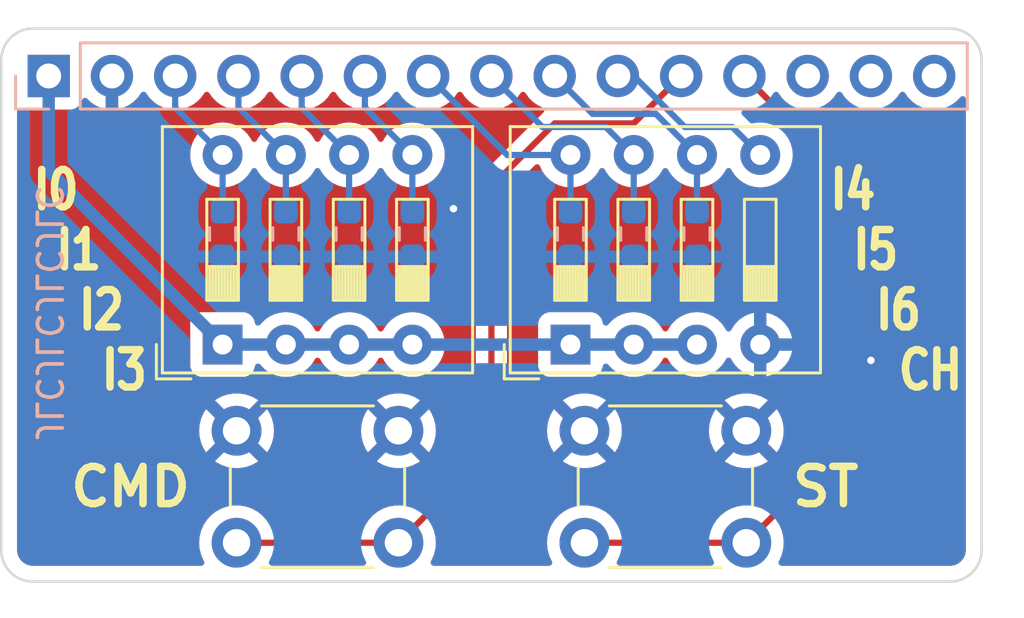
<source format=kicad_pcb>
(kicad_pcb (version 20221018) (generator pcbnew)
  (layers (0 "F.Cu" signal) (31 "B.Cu" signal) (34 "B.Paste" user) (35 "F.Paste" user) (36 "B.SilkS" user "B.Silkscreen") (37 "F.SilkS" user "F.Silkscreen") (38 "B.Mask" user) (39 "F.Mask" user) (44 "Edge.Cuts" user))
  (net 0 "")
  (net 1 "/5V")
  (net 2 "/GND")
  (net 3 "/I2")
  (net 4 "/I3")
  (net 5 "/I5")
  (net 6 "/I6")
  (net 10 "/CMD")
  (net 11 "/ST")
  (net 12 "/I0")
  (net 13 "/I1")
  (net 14 "/I4")
  (net 15 "/CH")
  (footprint "Button_Switch_THT:SW_DIP_SPSTx04_Slide_9.78x12.34mm_W7.62mm_P2.54mm" (layer "F.Cu") (at 36.195 26.035 90)
    (fp_text reference "SW2" hide)
    (fp_text value "SW_DIP_x04")
    (fp_line (start -1.38 -2.66) (end -1.38 -1.277) (stroke (width 0.12)) (layer "F.SilkS"))
    (fp_line (start -1.38 -2.66) (end 0.004 -2.66) (stroke (width 0.12)) (layer "F.SilkS"))
    (fp_line (start -1.14 -2.42) (end -1.14 10.04) (stroke (width 0.12)) (layer "F.SilkS"))
    (fp_line (start -1.14 -2.42) (end 8.76 -2.42) (stroke (width 0.12)) (layer "F.SilkS"))
    (fp_line (start -1.14 10.04) (end 8.76 10.04) (stroke (width 0.12)) (layer "F.SilkS"))
    (fp_line (start 1.78 -0.635) (end 1.78 0.635) (stroke (width 0.12)) (layer "F.SilkS"))
    (fp_line (start 1.78 -0.515) (end 3.133333 -0.515) (stroke (width 0.12)) (layer "F.SilkS"))
    (fp_line (start 1.78 -0.395) (end 3.133333 -0.395) (stroke (width 0.12)) (layer "F.SilkS"))
    (fp_line (start 1.78 -0.275) (end 3.133333 -0.275) (stroke (width 0.12)) (layer "F.SilkS"))
    (fp_line (start 1.78 -0.155) (end 3.133333 -0.155) (stroke (width 0.12)) (layer "F.SilkS"))
    (fp_line (start 1.78 -0.035) (end 3.133333 -0.035) (stroke (width 0.12)) (layer "F.SilkS"))
    (fp_line (start 1.78 0.085) (end 3.133333 0.085) (stroke (width 0.12)) (layer "F.SilkS"))
    (fp_line (start 1.78 0.205) (end 3.133333 0.205) (stroke (width 0.12)) (layer "F.SilkS"))
    (fp_line (start 1.78 0.325) (end 3.133333 0.325) (stroke (width 0.12)) (layer "F.SilkS"))
    (fp_line (start 1.78 0.445) (end 3.133333 0.445) (stroke (width 0.12)) (layer "F.SilkS"))
    (fp_line (start 1.78 0.565) (end 3.133333 0.565) (stroke (width 0.12)) (layer "F.SilkS"))
    (fp_line (start 1.78 0.635) (end 5.84 0.635) (stroke (width 0.12)) (layer "F.SilkS"))
    (fp_line (start 1.78 1.905) (end 1.78 3.175) (stroke (width 0.12)) (layer "F.SilkS"))
    (fp_line (start 1.78 2.025) (end 3.133333 2.025) (stroke (width 0.12)) (layer "F.SilkS"))
    (fp_line (start 1.78 2.145) (end 3.133333 2.145) (stroke (width 0.12)) (layer "F.SilkS"))
    (fp_line (start 1.78 2.265) (end 3.133333 2.265) (stroke (width 0.12)) (layer "F.SilkS"))
    (fp_line (start 1.78 2.385) (end 3.133333 2.385) (stroke (width 0.12)) (layer "F.SilkS"))
    (fp_line (start 1.78 2.505) (end 3.133333 2.505) (stroke (width 0.12)) (layer "F.SilkS"))
    (fp_line (start 1.78 2.625) (end 3.133333 2.625) (stroke (width 0.12)) (layer "F.SilkS"))
    (fp_line (start 1.78 2.745) (end 3.133333 2.745) (stroke (width 0.12)) (layer "F.SilkS"))
    (fp_line (start 1.78 2.865) (end 3.133333 2.865) (stroke (width 0.12)) (layer "F.SilkS"))
    (fp_line (start 1.78 2.985) (end 3.133333 2.985) (stroke (width 0.12)) (layer "F.SilkS"))
    (fp_line (start 1.78 3.105) (end 3.133333 3.105) (stroke (width 0.12)) (layer "F.SilkS"))
    (fp_line (start 1.78 3.175) (end 5.84 3.175) (stroke (width 0.12)) (layer "F.SilkS"))
    (fp_line (start 1.78 4.445) (end 1.78 5.715) (stroke (width 0.12)) (layer "F.SilkS"))
    (fp_line (start 1.78 4.565) (end 3.133333 4.565) (stroke (width 0.12)) (layer "F.SilkS"))
    (fp_line (start 1.78 4.685) (end 3.133333 4.685) (stroke (width 0.12)) (layer "F.SilkS"))
    (fp_line (start 1.78 4.805) (end 3.133333 4.805) (stroke (width 0.12)) (layer "F.SilkS"))
    (fp_line (start 1.78 4.925) (end 3.133333 4.925) (stroke (width 0.12)) (layer "F.SilkS"))
    (fp_line (start 1.78 5.045) (end 3.133333 5.045) (stroke (width 0.12)) (layer "F.SilkS"))
    (fp_line (start 1.78 5.165) (end 3.133333 5.165) (stroke (width 0.12)) (layer "F.SilkS"))
    (fp_line (start 1.78 5.285) (end 3.133333 5.285) (stroke (width 0.12)) (layer "F.SilkS"))
    (fp_line (start 1.78 5.405) (end 3.133333 5.405) (stroke (width 0.12)) (layer "F.SilkS"))
    (fp_line (start 1.78 5.525) (end 3.133333 5.525) (stroke (width 0.12)) (layer "F.SilkS"))
    (fp_line (start 1.78 5.645) (end 3.133333 5.645) (stroke (width 0.12)) (layer "F.SilkS"))
    (fp_line (start 1.78 5.715) (end 5.84 5.715) (stroke (width 0.12)) (layer "F.SilkS"))
    (fp_line (start 1.78 6.985) (end 1.78 8.255) (stroke (width 0.12)) (layer "F.SilkS"))
    (fp_line (start 1.78 7.105) (end 3.133333 7.105) (stroke (width 0.12)) (layer "F.SilkS"))
    (fp_line (start 1.78 7.225) (end 3.133333 7.225) (stroke (width 0.12)) (layer "F.SilkS"))
    (fp_line (start 1.78 7.345) (end 3.133333 7.345) (stroke (width 0.12)) (layer "F.SilkS"))
    (fp_line (start 1.78 7.465) (end 3.133333 7.465) (stroke (width 0.12)) (layer "F.SilkS"))
    (fp_line (start 1.78 7.585) (end 3.133333 7.585) (stroke (width 0.12)) (layer "F.SilkS"))
    (fp_line (start 1.78 7.705) (end 3.133333 7.705) (stroke (width 0.12)) (layer "F.SilkS"))
    (fp_line (start 1.78 7.825) (end 3.133333 7.825) (stroke (width 0.12)) (layer "F.SilkS"))
    (fp_line (start 1.78 7.945) (end 3.133333 7.945) (stroke (width 0.12)) (layer "F.SilkS"))
    (fp_line (start 1.78 8.065) (end 3.133333 8.065) (stroke (width 0.12)) (layer "F.SilkS"))
    (fp_line (start 1.78 8.185) (end 3.133333 8.185) (stroke (width 0.12)) (layer "F.SilkS"))
    (fp_line (start 1.78 8.255) (end 5.84 8.255) (stroke (width 0.12)) (layer "F.SilkS"))
    (fp_line (start 3.133333 -0.635) (end 3.133333 0.635) (stroke (width 0.12)) (layer "F.SilkS"))
    (fp_line (start 3.133333 1.905) (end 3.133333 3.175) (stroke (width 0.12)) (layer "F.SilkS"))
    (fp_line (start 3.133333 4.445) (end 3.133333 5.715) (stroke (width 0.12)) (layer "F.SilkS"))
    (fp_line (start 3.133333 6.985) (end 3.133333 8.255) (stroke (width 0.12)) (layer "F.SilkS"))
    (fp_line (start 5.84 -0.635) (end 1.78 -0.635) (stroke (width 0.12)) (layer "F.SilkS"))
    (fp_line (start 5.84 0.635) (end 5.84 -0.635) (stroke (width 0.12)) (layer "F.SilkS"))
    (fp_line (start 5.84 1.905) (end 1.78 1.905) (stroke (width 0.12)) (layer "F.SilkS"))
    (fp_line (start 5.84 3.175) (end 5.84 1.905) (stroke (width 0.12)) (layer "F.SilkS"))
    (fp_line (start 5.84 4.445) (end 1.78 4.445) (stroke (width 0.12)) (layer "F.SilkS"))
    (fp_line (start 5.84 5.715) (end 5.84 4.445) (stroke (width 0.12)) (layer "F.SilkS"))
    (fp_line (start 5.84 6.985) (end 1.78 6.985) (stroke (width 0.12)) (layer "F.SilkS"))
    (fp_line (start 5.84 8.255) (end 5.84 6.985) (stroke (width 0.12)) (layer "F.SilkS"))
    (fp_line (start 8.76 -2.42) (end 8.76 10.04) (stroke (width 0.12)) (layer "F.SilkS"))
    (pad "1" thru_hole rect (at 0 0 90) (size 1.6 1.6) (drill 0.8) (layers "*.Cu" "*.Mask") (net 1 "/5V"))
    (pad "2" thru_hole oval (at 0 2.54 90) (size 1.6 1.6) (drill 0.8) (layers "*.Cu" "*.Mask") (net 1 "/5V"))
    (pad "3" thru_hole oval (at 0 5.08 90) (size 1.6 1.6) (drill 0.8) (layers "*.Cu" "*.Mask") (net 1 "/5V"))
    (pad "4" thru_hole oval (at 0 7.62 90) (size 1.6 1.6) (drill 0.8) (layers "*.Cu" "*.Mask") (net 2 "/GND"))
    (pad "5" thru_hole oval (at 7.62 7.62 90) (size 1.6 1.6) (drill 0.8) (layers "*.Cu" "*.Mask") (net 15 "/CH"))
    (pad "6" thru_hole oval (at 7.62 5.08 90) (size 1.6 1.6) (drill 0.8) (layers "*.Cu" "*.Mask") (net 6 "/I6"))
    (pad "7" thru_hole oval (at 7.62 2.54 90) (size 1.6 1.6) (drill 0.8) (layers "*.Cu" "*.Mask") (net 5 "/I5"))
    (pad "8" thru_hole oval (at 7.62 0 90) (size 1.6 1.6) (drill 0.8) (layers "*.Cu" "*.Mask") (net 14 "/I4"))
  )
  (footprint "Button_Switch_THT:SW_DIP_SPSTx04_Slide_9.78x12.34mm_W7.62mm_P2.54mm" (layer "F.Cu") (at 22.225 26.035 90)
    (fp_text reference "SW1" hide)
    (fp_text value "SW_DIP_x04")
    (fp_line (start -1.38 -2.66) (end -1.38 -1.277) (stroke (width 0.12)) (layer "F.SilkS"))
    (fp_line (start -1.38 -2.66) (end 0.004 -2.66) (stroke (width 0.12)) (layer "F.SilkS"))
    (fp_line (start -1.14 -2.42) (end -1.14 10.04) (stroke (width 0.12)) (layer "F.SilkS"))
    (fp_line (start -1.14 -2.42) (end 8.76 -2.42) (stroke (width 0.12)) (layer "F.SilkS"))
    (fp_line (start -1.14 10.04) (end 8.76 10.04) (stroke (width 0.12)) (layer "F.SilkS"))
    (fp_line (start 1.78 -0.635) (end 1.78 0.635) (stroke (width 0.12)) (layer "F.SilkS"))
    (fp_line (start 1.78 -0.515) (end 3.133333 -0.515) (stroke (width 0.12)) (layer "F.SilkS"))
    (fp_line (start 1.78 -0.395) (end 3.133333 -0.395) (stroke (width 0.12)) (layer "F.SilkS"))
    (fp_line (start 1.78 -0.275) (end 3.133333 -0.275) (stroke (width 0.12)) (layer "F.SilkS"))
    (fp_line (start 1.78 -0.155) (end 3.133333 -0.155) (stroke (width 0.12)) (layer "F.SilkS"))
    (fp_line (start 1.78 -0.035) (end 3.133333 -0.035) (stroke (width 0.12)) (layer "F.SilkS"))
    (fp_line (start 1.78 0.085) (end 3.133333 0.085) (stroke (width 0.12)) (layer "F.SilkS"))
    (fp_line (start 1.78 0.205) (end 3.133333 0.205) (stroke (width 0.12)) (layer "F.SilkS"))
    (fp_line (start 1.78 0.325) (end 3.133333 0.325) (stroke (width 0.12)) (layer "F.SilkS"))
    (fp_line (start 1.78 0.445) (end 3.133333 0.445) (stroke (width 0.12)) (layer "F.SilkS"))
    (fp_line (start 1.78 0.565) (end 3.133333 0.565) (stroke (width 0.12)) (layer "F.SilkS"))
    (fp_line (start 1.78 0.635) (end 5.84 0.635) (stroke (width 0.12)) (layer "F.SilkS"))
    (fp_line (start 1.78 1.905) (end 1.78 3.175) (stroke (width 0.12)) (layer "F.SilkS"))
    (fp_line (start 1.78 2.025) (end 3.133333 2.025) (stroke (width 0.12)) (layer "F.SilkS"))
    (fp_line (start 1.78 2.145) (end 3.133333 2.145) (stroke (width 0.12)) (layer "F.SilkS"))
    (fp_line (start 1.78 2.265) (end 3.133333 2.265) (stroke (width 0.12)) (layer "F.SilkS"))
    (fp_line (start 1.78 2.385) (end 3.133333 2.385) (stroke (width 0.12)) (layer "F.SilkS"))
    (fp_line (start 1.78 2.505) (end 3.133333 2.505) (stroke (width 0.12)) (layer "F.SilkS"))
    (fp_line (start 1.78 2.625) (end 3.133333 2.625) (stroke (width 0.12)) (layer "F.SilkS"))
    (fp_line (start 1.78 2.745) (end 3.133333 2.745) (stroke (width 0.12)) (layer "F.SilkS"))
    (fp_line (start 1.78 2.865) (end 3.133333 2.865) (stroke (width 0.12)) (layer "F.SilkS"))
    (fp_line (start 1.78 2.985) (end 3.133333 2.985) (stroke (width 0.12)) (layer "F.SilkS"))
    (fp_line (start 1.78 3.105) (end 3.133333 3.105) (stroke (width 0.12)) (layer "F.SilkS"))
    (fp_line (start 1.78 3.175) (end 5.84 3.175) (stroke (width 0.12)) (layer "F.SilkS"))
    (fp_line (start 1.78 4.445) (end 1.78 5.715) (stroke (width 0.12)) (layer "F.SilkS"))
    (fp_line (start 1.78 4.565) (end 3.133333 4.565) (stroke (width 0.12)) (layer "F.SilkS"))
    (fp_line (start 1.78 4.685) (end 3.133333 4.685) (stroke (width 0.12)) (layer "F.SilkS"))
    (fp_line (start 1.78 4.805) (end 3.133333 4.805) (stroke (width 0.12)) (layer "F.SilkS"))
    (fp_line (start 1.78 4.925) (end 3.133333 4.925) (stroke (width 0.12)) (layer "F.SilkS"))
    (fp_line (start 1.78 5.045) (end 3.133333 5.045) (stroke (width 0.12)) (layer "F.SilkS"))
    (fp_line (start 1.78 5.165) (end 3.133333 5.165) (stroke (width 0.12)) (layer "F.SilkS"))
    (fp_line (start 1.78 5.285) (end 3.133333 5.285) (stroke (width 0.12)) (layer "F.SilkS"))
    (fp_line (start 1.78 5.405) (end 3.133333 5.405) (stroke (width 0.12)) (layer "F.SilkS"))
    (fp_line (start 1.78 5.525) (end 3.133333 5.525) (stroke (width 0.12)) (layer "F.SilkS"))
    (fp_line (start 1.78 5.645) (end 3.133333 5.645) (stroke (width 0.12)) (layer "F.SilkS"))
    (fp_line (start 1.78 5.715) (end 5.84 5.715) (stroke (width 0.12)) (layer "F.SilkS"))
    (fp_line (start 1.78 6.985) (end 1.78 8.255) (stroke (width 0.12)) (layer "F.SilkS"))
    (fp_line (start 1.78 7.105) (end 3.133333 7.105) (stroke (width 0.12)) (layer "F.SilkS"))
    (fp_line (start 1.78 7.225) (end 3.133333 7.225) (stroke (width 0.12)) (layer "F.SilkS"))
    (fp_line (start 1.78 7.345) (end 3.133333 7.345) (stroke (width 0.12)) (layer "F.SilkS"))
    (fp_line (start 1.78 7.465) (end 3.133333 7.465) (stroke (width 0.12)) (layer "F.SilkS"))
    (fp_line (start 1.78 7.585) (end 3.133333 7.585) (stroke (width 0.12)) (layer "F.SilkS"))
    (fp_line (start 1.78 7.705) (end 3.133333 7.705) (stroke (width 0.12)) (layer "F.SilkS"))
    (fp_line (start 1.78 7.825) (end 3.133333 7.825) (stroke (width 0.12)) (layer "F.SilkS"))
    (fp_line (start 1.78 7.945) (end 3.133333 7.945) (stroke (width 0.12)) (layer "F.SilkS"))
    (fp_line (start 1.78 8.065) (end 3.133333 8.065) (stroke (width 0.12)) (layer "F.SilkS"))
    (fp_line (start 1.78 8.185) (end 3.133333 8.185) (stroke (width 0.12)) (layer "F.SilkS"))
    (fp_line (start 1.78 8.255) (end 5.84 8.255) (stroke (width 0.12)) (layer "F.SilkS"))
    (fp_line (start 3.133333 -0.635) (end 3.133333 0.635) (stroke (width 0.12)) (layer "F.SilkS"))
    (fp_line (start 3.133333 1.905) (end 3.133333 3.175) (stroke (width 0.12)) (layer "F.SilkS"))
    (fp_line (start 3.133333 4.445) (end 3.133333 5.715) (stroke (width 0.12)) (layer "F.SilkS"))
    (fp_line (start 3.133333 6.985) (end 3.133333 8.255) (stroke (width 0.12)) (layer "F.SilkS"))
    (fp_line (start 5.84 -0.635) (end 1.78 -0.635) (stroke (width 0.12)) (layer "F.SilkS"))
    (fp_line (start 5.84 0.635) (end 5.84 -0.635) (stroke (width 0.12)) (layer "F.SilkS"))
    (fp_line (start 5.84 1.905) (end 1.78 1.905) (stroke (width 0.12)) (layer "F.SilkS"))
    (fp_line (start 5.84 3.175) (end 5.84 1.905) (stroke (width 0.12)) (layer "F.SilkS"))
    (fp_line (start 5.84 4.445) (end 1.78 4.445) (stroke (width 0.12)) (layer "F.SilkS"))
    (fp_line (start 5.84 5.715) (end 5.84 4.445) (stroke (width 0.12)) (layer "F.SilkS"))
    (fp_line (start 5.84 6.985) (end 1.78 6.985) (stroke (width 0.12)) (layer "F.SilkS"))
    (fp_line (start 5.84 8.255) (end 5.84 6.985) (stroke (width 0.12)) (layer "F.SilkS"))
    (fp_line (start 8.76 -2.42) (end 8.76 10.04) (stroke (width 0.12)) (layer "F.SilkS"))
    (pad "1" thru_hole rect (at 0 0 90) (size 1.6 1.6) (drill 0.8) (layers "*.Cu" "*.Mask") (net 1 "/5V"))
    (pad "2" thru_hole oval (at 0 2.54 90) (size 1.6 1.6) (drill 0.8) (layers "*.Cu" "*.Mask") (net 1 "/5V"))
    (pad "3" thru_hole oval (at 0 5.08 90) (size 1.6 1.6) (drill 0.8) (layers "*.Cu" "*.Mask") (net 1 "/5V"))
    (pad "4" thru_hole oval (at 0 7.62 90) (size 1.6 1.6) (drill 0.8) (layers "*.Cu" "*.Mask") (net 1 "/5V"))
    (pad "5" thru_hole oval (at 7.62 7.62 90) (size 1.6 1.6) (drill 0.8) (layers "*.Cu" "*.Mask") (net 4 "/I3"))
    (pad "6" thru_hole oval (at 7.62 5.08 90) (size 1.6 1.6) (drill 0.8) (layers "*.Cu" "*.Mask") (net 3 "/I2"))
    (pad "7" thru_hole oval (at 7.62 2.54 90) (size 1.6 1.6) (drill 0.8) (layers "*.Cu" "*.Mask") (net 13 "/I1"))
    (pad "8" thru_hole oval (at 7.62 0 90) (size 1.6 1.6) (drill 0.8) (layers "*.Cu" "*.Mask") (net 12 "/I0"))
  )
  (footprint "Button_Switch_THT:SW_PUSH_6mm_H5mm" (layer "F.Cu") (at 22.785 29.5)
    (fp_text reference "SW3" hide)
    (fp_text value "SW_Push")
    (fp_line (start -0.25 1.5) (end -0.25 3) (stroke (width 0.12)) (layer "F.SilkS"))
    (fp_line (start 1 5.5) (end 5.5 5.5) (stroke (width 0.12)) (layer "F.SilkS"))
    (fp_line (start 5.5 -1) (end 1 -1) (stroke (width 0.12)) (layer "F.SilkS"))
    (fp_line (start 6.75 3) (end 6.75 1.5) (stroke (width 0.12)) (layer "F.SilkS"))
    (pad "1" thru_hole circle (at 0 0 90) (size 2 2) (drill 1.1) (layers "*.Cu" "*.Mask") (net 2 "/GND"))
    (pad "1" thru_hole circle (at 6.5 0 90) (size 2 2) (drill 1.1) (layers "*.Cu" "*.Mask") (net 2 "/GND"))
    (pad "2" thru_hole circle (at 0 4.5 90) (size 2 2) (drill 1.1) (layers "*.Cu" "*.Mask") (net 10 "/CMD"))
    (pad "2" thru_hole circle (at 6.5 4.5 90) (size 2 2) (drill 1.1) (layers "*.Cu" "*.Mask") (net 10 "/CMD"))
  )
  (footprint "Button_Switch_THT:SW_PUSH_6mm_H5mm" (layer "F.Cu") (at 36.755 29.5)
    (fp_text reference "SW4" hide)
    (fp_text value "SW_Push")
    (fp_line (start -0.25 1.5) (end -0.25 3) (stroke (width 0.12)) (layer "F.SilkS"))
    (fp_line (start 1 5.5) (end 5.5 5.5) (stroke (width 0.12)) (layer "F.SilkS"))
    (fp_line (start 5.5 -1) (end 1 -1) (stroke (width 0.12)) (layer "F.SilkS"))
    (fp_line (start 6.75 3) (end 6.75 1.5) (stroke (width 0.12)) (layer "F.SilkS"))
    (pad "1" thru_hole circle (at 0 0 90) (size 2 2) (drill 1.1) (layers "*.Cu" "*.Mask") (net 2 "/GND"))
    (pad "1" thru_hole circle (at 6.5 0 90) (size 2 2) (drill 1.1) (layers "*.Cu" "*.Mask") (net 2 "/GND"))
    (pad "2" thru_hole circle (at 0 4.5 90) (size 2 2) (drill 1.1) (layers "*.Cu" "*.Mask") (net 11 "/ST"))
    (pad "2" thru_hole circle (at 6.5 4.5 90) (size 2 2) (drill 1.1) (layers "*.Cu" "*.Mask") (net 11 "/ST"))
  )
  (footprint "Resistor_SMD:R_0603_1608Metric_Pad0.98x0.95mm_HandSolder" (layer "B.Cu") (at 27.305 21.59 90)
    (fp_text reference "R3" hide)
    (fp_text value "10K")
    (fp_line (start -0.254724 -0.5225) (end 0.254724 -0.5225) (stroke (width 0.12)) (layer "B.SilkS"))
    (fp_line (start -0.254724 0.5225) (end 0.254724 0.5225) (stroke (width 0.12)) (layer "B.SilkS"))
    (pad "1" smd roundrect (at -0.9125 0 90) (size 0.975 0.95) (layers "B.Cu" "B.Paste" "B.Mask") (net 2 "/GND"))
    (pad "2" smd roundrect (at 0.9125 0 90) (size 0.975 0.95) (layers "B.Cu" "B.Paste" "B.Mask") (net 3 "/I2"))
  )
  (footprint "Resistor_SMD:R_0603_1608Metric_Pad0.98x0.95mm_HandSolder" (layer "B.Cu") (at 24.765 21.59 90)
    (fp_text reference "R2" hide)
    (fp_text value "10K")
    (fp_line (start -0.254724 -0.5225) (end 0.254724 -0.5225) (stroke (width 0.12)) (layer "B.SilkS"))
    (fp_line (start -0.254724 0.5225) (end 0.254724 0.5225) (stroke (width 0.12)) (layer "B.SilkS"))
    (pad "1" smd roundrect (at -0.9125 0 90) (size 0.975 0.95) (layers "B.Cu" "B.Paste" "B.Mask") (net 2 "/GND"))
    (pad "2" smd roundrect (at 0.9125 0 90) (size 0.975 0.95) (layers "B.Cu" "B.Paste" "B.Mask") (net 13 "/I1"))
  )
  (footprint "Resistor_SMD:R_0603_1608Metric_Pad0.98x0.95mm_HandSolder" (layer "B.Cu") (at 41.275 21.59 90)
    (fp_text reference "R7" hide)
    (fp_text value "10K")
    (fp_line (start -0.254724 -0.5225) (end 0.254724 -0.5225) (stroke (width 0.12)) (layer "B.SilkS"))
    (fp_line (start -0.254724 0.5225) (end 0.254724 0.5225) (stroke (width 0.12)) (layer "B.SilkS"))
    (pad "1" smd roundrect (at -0.9125 0 90) (size 0.975 0.95) (layers "B.Cu" "B.Paste" "B.Mask") (net 2 "/GND"))
    (pad "2" smd roundrect (at 0.9125 0 90) (size 0.975 0.95) (layers "B.Cu" "B.Paste" "B.Mask") (net 6 "/I6"))
  )
  (footprint "Connector_PinSocket_2.54mm:PinSocket_1x15_P2.54mm_Vertical" (layer "B.Cu") (at 15.24 15.24 -90)
    (fp_text reference "J1" hide)
    (fp_text value "Parallel")
    (fp_line (start -1.33 -36.89) (end 1.33 -36.89) (stroke (width 0.12)) (layer "B.SilkS"))
    (fp_line (start -1.33 -1.27) (end -1.33 -36.89) (stroke (width 0.12)) (layer "B.SilkS"))
    (fp_line (start -1.33 -1.27) (end 1.33 -1.27) (stroke (width 0.12)) (layer "B.SilkS"))
    (fp_line (start 0 1.33) (end 1.33 1.33) (stroke (width 0.12)) (layer "B.SilkS"))
    (fp_line (start 1.33 -1.27) (end 1.33 -36.89) (stroke (width 0.12)) (layer "B.SilkS"))
    (fp_line (start 1.33 1.33) (end 1.33 0) (stroke (width 0.12)) (layer "B.SilkS"))
    (pad "1" thru_hole rect (at 0 0 270) (size 1.7 1.7) (drill 1) (layers "*.Cu" "*.Mask") (net 1 "/5V"))
    (pad "2" thru_hole oval (at 0 -2.54 270) (size 1.7 1.7) (drill 1) (layers "*.Cu" "*.Mask") (net 2 "/GND"))
    (pad "3" thru_hole oval (at 0 -5.08 270) (size 1.7 1.7) (drill 1) (layers "*.Cu" "*.Mask") (net 12 "/I0"))
    (pad "4" thru_hole oval (at 0 -7.62 270) (size 1.7 1.7) (drill 1) (layers "*.Cu" "*.Mask") (net 13 "/I1"))
    (pad "5" thru_hole oval (at 0 -10.16 270) (size 1.7 1.7) (drill 1) (layers "*.Cu" "*.Mask") (net 3 "/I2"))
    (pad "6" thru_hole oval (at 0 -12.7 270) (size 1.7 1.7) (drill 1) (layers "*.Cu" "*.Mask") (net 4 "/I3"))
    (pad "7" thru_hole oval (at 0 -15.24 270) (size 1.7 1.7) (drill 1) (layers "*.Cu" "*.Mask") (net 14 "/I4"))
    (pad "8" thru_hole oval (at 0 -17.78 270) (size 1.7 1.7) (drill 1) (layers "*.Cu" "*.Mask") (net 5 "/I5"))
    (pad "9" thru_hole oval (at 0 -20.32 270) (size 1.7 1.7) (drill 1) (layers "*.Cu" "*.Mask") (net 6 "/I6"))
    (pad "10" thru_hole oval (at 0 -22.86 270) (size 1.7 1.7) (drill 1) (layers "*.Cu" "*.Mask") (net 15 "/CH"))
    (pad "11" thru_hole oval (at 0 -25.4 270) (size 1.7 1.7) (drill 1) (layers "*.Cu" "*.Mask") (net 10 "/CMD"))
    (pad "12" thru_hole oval (at 0 -27.94 270) (size 1.7 1.7) (drill 1) (layers "*.Cu" "*.Mask") (net 11 "/ST"))
    (pad "13" thru_hole oval (at 0 -30.48 270) (size 1.7 1.7) (drill 1) (layers "*.Cu" "*.Mask"))
    (pad "14" thru_hole oval (at 0 -33.02 270) (size 1.7 1.7) (drill 1) (layers "*.Cu" "*.Mask"))
    (pad "15" thru_hole oval (at 0 -35.56 270) (size 1.7 1.7) (drill 1) (layers "*.Cu" "*.Mask"))
  )
  (footprint "Resistor_SMD:R_0603_1608Metric_Pad0.98x0.95mm_HandSolder" (layer "B.Cu") (at 22.225 21.59 90)
    (fp_text reference "R1" hide)
    (fp_text value "10K")
    (fp_line (start -0.254724 -0.5225) (end 0.254724 -0.5225) (stroke (width 0.12)) (layer "B.SilkS"))
    (fp_line (start -0.254724 0.5225) (end 0.254724 0.5225) (stroke (width 0.12)) (layer "B.SilkS"))
    (pad "1" smd roundrect (at -0.9125 0 90) (size 0.975 0.95) (layers "B.Cu" "B.Paste" "B.Mask") (net 2 "/GND"))
    (pad "2" smd roundrect (at 0.9125 0 90) (size 0.975 0.95) (layers "B.Cu" "B.Paste" "B.Mask") (net 12 "/I0"))
  )
  (footprint "Resistor_SMD:R_0603_1608Metric_Pad0.98x0.95mm_HandSolder" (layer "B.Cu") (at 38.735 21.59 90)
    (fp_text reference "R6" hide)
    (fp_text value "10K")
    (fp_line (start -0.254724 -0.5225) (end 0.254724 -0.5225) (stroke (width 0.12)) (layer "B.SilkS"))
    (fp_line (start -0.254724 0.5225) (end 0.254724 0.5225) (stroke (width 0.12)) (layer "B.SilkS"))
    (pad "1" smd roundrect (at -0.9125 0 90) (size 0.975 0.95) (layers "B.Cu" "B.Paste" "B.Mask") (net 2 "/GND"))
    (pad "2" smd roundrect (at 0.9125 0 90) (size 0.975 0.95) (layers "B.Cu" "B.Paste" "B.Mask") (net 5 "/I5"))
  )
  (footprint "Resistor_SMD:R_0603_1608Metric_Pad0.98x0.95mm_HandSolder" (layer "B.Cu") (at 36.195 21.59 90)
    (fp_text reference "R5" hide)
    (fp_text value "10K")
    (fp_line (start -0.254724 -0.5225) (end 0.254724 -0.5225) (stroke (width 0.12)) (layer "B.SilkS"))
    (fp_line (start -0.254724 0.5225) (end 0.254724 0.5225) (stroke (width 0.12)) (layer "B.SilkS"))
    (pad "1" smd roundrect (at -0.9125 0 90) (size 0.975 0.95) (layers "B.Cu" "B.Paste" "B.Mask") (net 2 "/GND"))
    (pad "2" smd roundrect (at 0.9125 0 90) (size 0.975 0.95) (layers "B.Cu" "B.Paste" "B.Mask") (net 14 "/I4"))
  )
  (footprint "Resistor_SMD:R_0603_1608Metric_Pad0.98x0.95mm_HandSolder" (layer "B.Cu") (at 29.845 21.59 90)
    (fp_text reference "R4" hide)
    (fp_text value "10K")
    (fp_line (start -0.254724 -0.5225) (end 0.254724 -0.5225) (stroke (width 0.12)) (layer "B.SilkS"))
    (fp_line (start -0.254724 0.5225) (end 0.254724 0.5225) (stroke (width 0.12)) (layer "B.SilkS"))
    (pad "1" smd roundrect (at -0.9125 0 90) (size 0.975 0.95) (layers "B.Cu" "B.Paste" "B.Mask") (net 2 "/GND"))
    (pad "2" smd roundrect (at 0.9125 0 90) (size 0.975 0.95) (layers "B.Cu" "B.Paste" "B.Mask") (net 4 "/I3"))
  )
  (gr_line (start 14.605 13.335) (end 51.435 13.335) (stroke (width 0.1)) (layer "Edge.Cuts"))
  (gr_line (start 52.705 14.605002) (end 52.705 34.29) (stroke (width 0.1)) (layer "Edge.Cuts"))
  (gr_arc (start 13.335 14.605002) (mid 13.706974 13.706975) (end 14.605 13.335) (stroke (width 0.1)) (layer "Edge.Cuts"))
  (gr_arc (start 51.435 13.335) (mid 52.333026 13.706975) (end 52.705 14.605002) (stroke (width 0.1)) (layer "Edge.Cuts"))
  (gr_line (start 13.335 34.29) (end 13.335 14.605) (stroke (width 0.1)) (layer "Edge.Cuts"))
  (gr_arc (start 14.605 35.56) (mid 13.706974 35.188025) (end 13.335 34.289998) (stroke (width 0.1)) (layer "Edge.Cuts"))
  (gr_arc (start 52.705 34.29) (mid 52.333025 35.188026) (end 51.434998 35.56) (stroke (width 0.1)) (layer "Edge.Cuts"))
  (gr_line (start 14.605 35.56) (end 51.434998 35.56) (stroke (width 0.1)) (layer "Edge.Cuts"))
  (gr_text "JLCJLCJLCJLC" (at 15.24 24.765 -90) (layer "B.SilkS") (effects (font (size 1 1)) (justify mirror)))
  (gr_text "I0\n I1\n  I2\n   I3" (at 14.478 27.94) (layer "F.SilkS") (effects (font (size 1.5 1.2) (thickness 0.3) bold) (justify left bottom)))
  (gr_text "I4\n I5\n  I6\n   CH" (at 46.482 27.94) (layer "F.SilkS") (effects (font (size 1.5 1.2) (thickness 0.3) bold) (justify left bottom)))
  (gr_text "CMD" (at 21.082 31.75) (layer "F.SilkS") (effects (font (size 1.5 1.5) (thickness 0.3) bold) (justify right)))
  (gr_text "ST" (at 44.958 31.75) (layer "F.SilkS") (effects (font (size 1.5 1.5) (thickness 0.3) bold) (justify left)))
  (segment (start 15.24 19.05) (end 22.225 26.035) (width 0.5) (layer "B.Cu") (net 1))
  (segment (start 15.24 15.24) (end 15.24 19.05) (width 0.5) (layer "B.Cu") (net 1))
  (segment (start 22.225 26.035) (end 41.275 26.035) (width 0.5) (layer "B.Cu") (net 1))
  (via (at 31.496 20.574) (size 0.6) (drill 0.3) (layers "F.Cu" "B.Cu") (net 2))
  (via (at 48.26 26.67) (size 0.6) (drill 0.3) (layers "F.Cu" "B.Cu") (net 2))
  (segment (start 27.305 18.415) (end 27.305 20.6775) (width 0.25) (layer "B.Cu") (net 3))
  (segment (start 25.4 15.24) (end 25.4 16.51) (width 0.25) (layer "B.Cu") (net 3))
  (segment (start 25.4 16.51) (end 27.305 18.415) (width 0.25) (layer "B.Cu") (net 3))
  (segment (start 27.94 16.51) (end 29.845 18.415) (width 0.25) (layer "B.Cu") (net 4))
  (segment (start 29.845 18.415) (end 29.845 20.6775) (width 0.25) (layer "B.Cu") (net 4))
  (segment (start 27.94 15.24) (end 27.94 16.51) (width 0.25) (layer "B.Cu") (net 4))
  (segment (start 35.07 17.29) (end 37.61 17.29) (width 0.25) (layer "B.Cu") (net 5))
  (segment (start 37.61 17.29) (end 38.735 18.415) (width 0.25) (layer "B.Cu") (net 5))
  (segment (start 33.02 15.24) (end 35.07 17.29) (width 0.25) (layer "B.Cu") (net 5))
  (segment (start 38.735 18.415) (end 38.735 20.6775) (width 0.25) (layer "B.Cu") (net 5))
  (segment (start 39.624 16.764) (end 41.275 18.415) (width 0.25) (layer "B.Cu") (net 6))
  (segment (start 37.084 16.764) (end 39.624 16.764) (width 0.25) (layer "B.Cu") (net 6))
  (segment (start 41.275 18.415) (end 41.275 20.6775) (width 0.25) (layer "B.Cu") (net 6))
  (segment (start 35.56 15.24) (end 37.084 16.764) (width 0.25) (layer "B.Cu") (net 6))
  (segment (start 33.02 19.685) (end 35.56 17.145) (width 0.25) (layer "F.Cu") (net 10))
  (segment (start 35.56 17.145) (end 38.735 17.145) (width 0.25) (layer "F.Cu") (net 10))
  (segment (start 29.285 34) (end 33.02 30.265) (width 0.25) (layer "F.Cu") (net 10))
  (segment (start 22.785 34) (end 29.285 34) (width 0.25) (layer "F.Cu") (net 10))
  (segment (start 38.735 17.145) (end 40.64 15.24) (width 0.25) (layer "F.Cu") (net 10))
  (segment (start 33.02 30.265) (end 33.02 19.685) (width 0.25) (layer "F.Cu") (net 10))
  (segment (start 45.72 17.78) (end 43.18 15.24) (width 0.25) (layer "F.Cu") (net 11))
  (segment (start 36.755 34) (end 43.255 34) (width 0.25) (layer "F.Cu") (net 11))
  (segment (start 43.255 34) (end 45.72 31.535) (width 0.25) (layer "F.Cu") (net 11))
  (segment (start 45.72 31.535) (end 45.72 17.78) (width 0.25) (layer "F.Cu") (net 11))
  (segment (start 20.32 16.51) (end 22.225 18.415) (width 0.25) (layer "B.Cu") (net 12))
  (segment (start 22.225 18.415) (end 22.225 20.6775) (width 0.25) (layer "B.Cu") (net 12))
  (segment (start 20.32 15.24) (end 20.32 16.51) (width 0.25) (layer "B.Cu") (net 12))
  (segment (start 22.86 15.24) (end 22.86 16.51) (width 0.25) (layer "B.Cu") (net 13))
  (segment (start 22.86 16.51) (end 24.765 18.415) (width 0.25) (layer "B.Cu") (net 13))
  (segment (start 24.765 18.415) (end 24.765 20.6775) (width 0.25) (layer "B.Cu") (net 13))
  (segment (start 33.655 18.415) (end 36.195 18.415) (width 0.25) (layer "B.Cu") (net 14))
  (segment (start 36.195 18.415) (end 36.195 20.6775) (width 0.25) (layer "B.Cu") (net 14))
  (segment (start 30.48 15.24) (end 33.655 18.415) (width 0.25) (layer "B.Cu") (net 14))
  (segment (start 40.786396 17.29) (end 42.69 17.29) (width 0.25) (layer "B.Cu") (net 15))
  (segment (start 38.736396 15.24) (end 40.786396 17.29) (width 0.25) (layer "B.Cu") (net 15))
  (segment (start 38.1 15.24) (end 38.736396 15.24) (width 0.25) (layer "B.Cu") (net 15))
  (segment (start 42.69 17.29) (end 43.815 18.415) (width 0.25) (layer "B.Cu") (net 15))
  (zone (net 2) (net_name "/GND") (layers "F&B.Cu") (priority 1) (connect_pads (clearance 0.5)) (min_thickness 0.25) (fill yes (thermal_gap 0.5) (thermal_bridge_width 0.5))
    (polygon (pts (xy 13.97 14.605) (xy 13.97 34.29) (xy 14.605 34.925) (xy 51.435 34.925) (xy 52.07 34.29) (xy 52.07 14.605)))
  )
  (zone (net 2) (net_name "/GND") (layers "F&B.Cu") (connect_pads (clearance 0)) (min_thickness 0.25) (fill yes (thermal_gap 0.5) (thermal_bridge_width 0.5))
    (polygon (pts (xy 14.605 34.925) (xy 13.97 34.29) (xy 13.971682 34.361358) (xy 14.003439 34.500495) (xy 14.065361 34.629078) (xy 14.154343 34.740657) (xy 14.265922 34.829639) (xy 14.394505 34.891561) (xy 14.533642 34.923318)))
  )
  (zone (net 2) (net_name "/GND") (layers "F&B.Cu") (connect_pads (clearance 0)) (min_thickness 0.25) (fill yes (thermal_gap 0.5) (thermal_bridge_width 0.5))
    (polygon (pts (xy 52.07 34.29) (xy 51.435 34.925) (xy 51.506358 34.923318) (xy 51.645495 34.891561) (xy 51.774078 34.829639) (xy 51.885657 34.740657) (xy 51.974639 34.629078) (xy 52.036561 34.500495) (xy 52.068318 34.361358)))
  )
)
</source>
